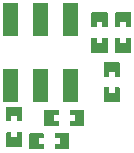
<source format=gbp>
G04 Layer: BottomPasteMaskLayer*
G04 EasyEDA v6.5.5, 2022-05-16 20:07:27*
G04 a02bdf24820649ed9e724dba307a6aea,9a5be75d700b4a6385dc1106f27949ae,10*
G04 Gerber Generator version 0.2*
G04 Scale: 100 percent, Rotated: No, Reflected: No *
G04 Dimensions in millimeters *
G04 leading zeros omitted , absolute positions ,4 integer and 5 decimal *
%FSLAX45Y45*%
%MOMM*%

%ADD10C,0.0001*%

%LPD*%
G36*
X2172512Y-629005D02*
G01*
X2167483Y-633984D01*
X2166975Y-674979D01*
X2211984Y-674979D01*
X2211984Y-719988D01*
X2167991Y-719988D01*
X2167483Y-762000D01*
X2172512Y-766978D01*
X2287524Y-766978D01*
X2292502Y-762000D01*
X2292502Y-633984D01*
X2287524Y-629005D01*
G37*
G36*
X1957476Y-629005D02*
G01*
X1952498Y-633984D01*
X1952498Y-762000D01*
X1957476Y-766978D01*
X2072487Y-766978D01*
X2077516Y-762000D01*
X2077516Y-719988D01*
X2033016Y-719988D01*
X2033016Y-674979D01*
X2077008Y-674979D01*
X2077516Y-633984D01*
X2072487Y-629005D01*
G37*
G36*
X2683967Y392480D02*
G01*
X2678988Y387502D01*
X2678988Y272491D01*
X2683967Y267512D01*
X2725013Y267004D01*
X2725013Y312013D01*
X2769971Y312013D01*
X2769971Y268020D01*
X2811983Y267512D01*
X2817012Y272491D01*
X2817012Y387502D01*
X2811983Y392480D01*
G37*
G36*
X2683967Y177495D02*
G01*
X2678988Y172516D01*
X2678988Y57505D01*
X2683967Y52527D01*
X2811983Y52527D01*
X2817012Y57505D01*
X2817012Y172516D01*
X2811983Y177495D01*
X2769971Y177495D01*
X2769971Y132994D01*
X2725013Y132994D01*
X2725013Y176987D01*
G37*
G36*
X2674975Y-242011D02*
G01*
X2674975Y-287020D01*
X2630017Y-287020D01*
X2630017Y-242976D01*
X2588006Y-242519D01*
X2583027Y-247497D01*
X2583027Y-362508D01*
X2588006Y-367487D01*
X2716022Y-367487D01*
X2721000Y-362508D01*
X2721000Y-247497D01*
X2716022Y-242519D01*
G37*
G36*
X2588006Y-27482D02*
G01*
X2583027Y-32512D01*
X2583027Y-147523D01*
X2588006Y-152501D01*
X2630017Y-152501D01*
X2630017Y-108000D01*
X2674975Y-108000D01*
X2674975Y-151993D01*
X2716022Y-152501D01*
X2721000Y-147523D01*
X2721000Y-32512D01*
X2716022Y-27482D01*
G37*
G36*
X2484018Y392480D02*
G01*
X2478989Y387502D01*
X2478989Y272491D01*
X2484018Y267512D01*
X2525014Y267004D01*
X2525014Y312013D01*
X2569972Y312013D01*
X2569972Y268020D01*
X2611983Y267512D01*
X2617012Y272491D01*
X2617012Y387502D01*
X2611983Y392480D01*
G37*
G36*
X2484018Y177495D02*
G01*
X2478989Y172516D01*
X2478989Y57505D01*
X2484018Y52527D01*
X2611983Y52527D01*
X2617012Y57505D01*
X2617012Y172516D01*
X2611983Y177495D01*
X2569972Y177495D01*
X2569972Y132994D01*
X2525014Y132994D01*
X2525014Y176987D01*
G37*
G36*
X1760982Y-404977D02*
G01*
X1756003Y-410006D01*
X1756003Y-525018D01*
X1760982Y-529996D01*
X1802028Y-530504D01*
X1802028Y-485495D01*
X1846986Y-485495D01*
X1846986Y-529488D01*
X1888998Y-529996D01*
X1893976Y-525018D01*
X1893976Y-410006D01*
X1888998Y-404977D01*
G37*
G36*
X1760982Y-620014D02*
G01*
X1756003Y-624992D01*
X1756003Y-740003D01*
X1760982Y-744982D01*
X1888998Y-744982D01*
X1893976Y-740003D01*
X1893976Y-624992D01*
X1888998Y-620014D01*
X1846986Y-620014D01*
X1846986Y-664514D01*
X1802028Y-664514D01*
X1802028Y-620522D01*
G37*
G36*
X2084984Y-430987D02*
G01*
X2080006Y-436016D01*
X2080006Y-563981D01*
X2084984Y-569010D01*
X2199995Y-569010D01*
X2205024Y-563981D01*
X2205482Y-522985D01*
X2160524Y-522985D01*
X2160524Y-477977D01*
X2204516Y-477977D01*
X2205024Y-436016D01*
X2199995Y-430987D01*
G37*
G36*
X2300020Y-430987D02*
G01*
X2294991Y-436016D01*
X2294991Y-477977D01*
X2339492Y-477977D01*
X2339492Y-522985D01*
X2295499Y-522985D01*
X2294991Y-563981D01*
X2300020Y-569010D01*
X2414981Y-569010D01*
X2420010Y-563981D01*
X2420010Y-436016D01*
X2414981Y-430987D01*
G37*
G36*
X2367534Y-89870D02*
G01*
X2240534Y-89870D01*
X2240534Y-369869D01*
X2367534Y-369869D01*
G37*
G36*
X2367534Y470131D02*
G01*
X2240534Y470131D01*
X2240534Y190129D01*
X2367534Y190129D01*
G37*
G36*
X2113534Y-89870D02*
G01*
X1986534Y-89870D01*
X1986534Y-369869D01*
X2113534Y-369869D01*
G37*
G36*
X2113534Y470131D02*
G01*
X1986534Y470131D01*
X1986534Y190129D01*
X2113534Y190129D01*
G37*
G36*
X1859534Y-89870D02*
G01*
X1732534Y-89870D01*
X1732534Y-369869D01*
X1859534Y-369869D01*
G37*
G36*
X1859534Y470131D02*
G01*
X1732534Y470131D01*
X1732534Y190129D01*
X1859534Y190129D01*
G37*
M02*

</source>
